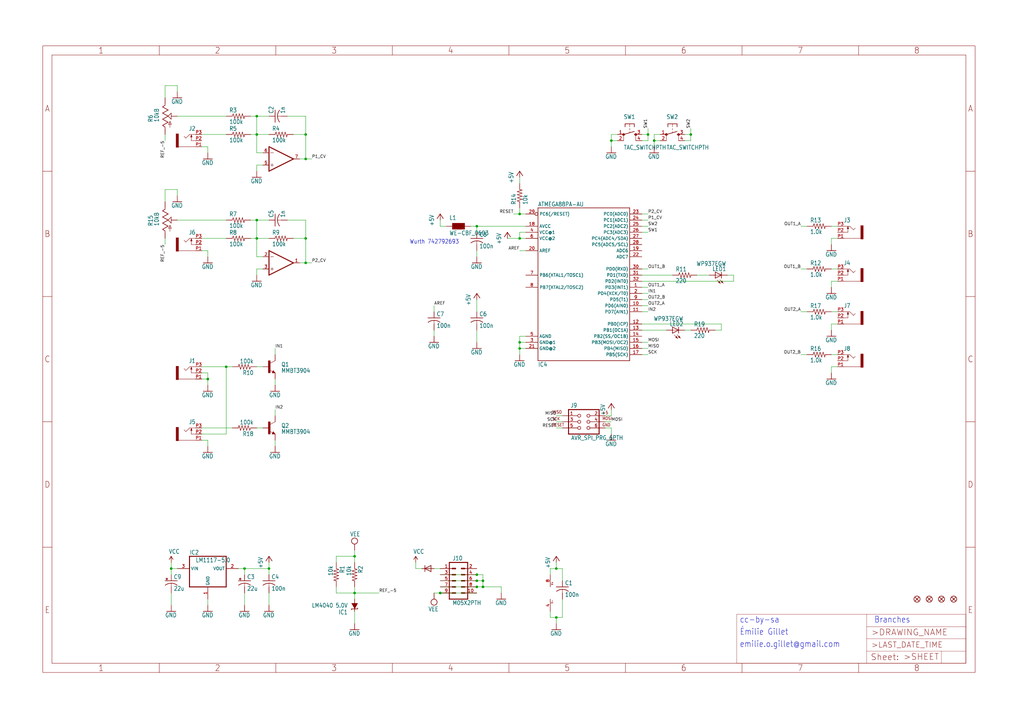
<source format=kicad_sch>
(kicad_sch (version 20211123) (generator eeschema)
  (paper "User" 425.45 299.161)
  (junction (at 127 109.22))
  (junction (at 231.14 236.22))
  (junction (at 71.12 236.22))
  (junction (at 86.36 157.48))
  (junction (at 106.68 91.44))
  (junction (at 200.66 241.3))
  (junction (at 271.78 58.42))
  (junction (at 182.88 246.38))
  (junction (at 254 58.42))
  (junction (at 147.32 231.14))
  (junction (at 215.9 88.9))
  (junction (at 127 99.06))
  (junction (at 127 55.88))
  (junction (at 215.9 142.24))
  (junction (at 111.76 236.22))
  (junction (at 200.66 243.84))
  (junction (at 101.6 236.22))
  (junction (at 106.68 48.26))
  (junction (at 106.68 99.06))
  (junction (at 106.68 55.88))
  (junction (at 198.12 238.76))
  (junction (at 215.9 144.78))
  (junction (at 198.12 243.84))
  (junction (at 269.24 55.88))
  (junction (at 198.12 93.98))
  (junction (at 93.98 152.4))
  (junction (at 127 66.04))
  (junction (at 287.02 55.88))
  (junction (at 147.32 246.38))
  (junction (at 231.14 256.54))
  (junction (at 215.9 99.06))
  (junction (at 198.12 241.3))
  (wire (pts (xy 289.56 114.3) (xy 294.64 114.3)))
  (wire (pts (xy 228.6 254) (xy 228.6 256.54)))
  (wire (pts (xy 111.76 55.88) (xy 106.68 55.88)))
  (wire (pts (xy 182.88 236.22) (xy 180.34 236.22)))
  (wire (pts (xy 83.82 154.94) (xy 86.36 154.94)))
  (wire (pts (xy 180.34 246.38) (xy 182.88 246.38)))
  (wire (pts (xy 266.7 121.92) (xy 269.24 121.92)))
  (wire (pts (xy 114.3 147.32) (xy 114.3 144.78)))
  (wire (pts (xy 119.38 91.44) (xy 127 91.44)))
  (wire (pts (xy 256.54 58.42) (xy 254 58.42)))
  (wire (pts (xy 266.7 96.52) (xy 269.24 96.52)))
  (wire (pts (xy 274.32 55.88) (xy 271.78 55.88)))
  (wire (pts (xy 127 91.44) (xy 127 99.06)))
  (wire (pts (xy 114.3 157.48) (xy 114.3 160.02)))
  (wire (pts (xy 139.7 246.38) (xy 147.32 246.38)))
  (wire (pts (xy 93.98 180.34) (xy 93.98 152.4)))
  (wire (pts (xy 218.44 88.9) (xy 215.9 88.9)))
  (wire (pts (xy 332.74 129.54) (xy 335.28 129.54)))
  (wire (pts (xy 104.14 48.26) (xy 106.68 48.26)))
  (wire (pts (xy 284.48 58.42) (xy 287.02 58.42)))
  (wire (pts (xy 83.82 180.34) (xy 93.98 180.34)))
  (wire (pts (xy 233.68 175.26) (xy 231.14 175.26)))
  (wire (pts (xy 266.7 88.9) (xy 269.24 88.9)))
  (wire (pts (xy 83.82 55.88) (xy 93.98 55.88)))
  (wire (pts (xy 215.9 88.9) (xy 215.9 86.36)))
  (wire (pts (xy 127 48.26) (xy 127 55.88)))
  (wire (pts (xy 68.58 55.88) (xy 68.58 58.42)))
  (wire (pts (xy 180.34 137.16) (xy 180.34 139.7)))
  (wire (pts (xy 251.46 175.26) (xy 254 175.26)))
  (wire (pts (xy 254 177.8) (xy 254 180.34)))
  (wire (pts (xy 218.44 104.14) (xy 215.9 104.14)))
  (wire (pts (xy 198.12 241.3) (xy 200.66 241.3)))
  (wire (pts (xy 86.36 157.48) (xy 86.36 160.02)))
  (wire (pts (xy 111.76 246.38) (xy 111.76 251.46)))
  (wire (pts (xy 106.68 177.8) (xy 109.22 177.8)))
  (wire (pts (xy 104.14 99.06) (xy 106.68 99.06)))
  (wire (pts (xy 68.58 99.06) (xy 68.58 101.6)))
  (wire (pts (xy 266.7 114.3) (xy 279.4 114.3)))
  (wire (pts (xy 139.7 243.84) (xy 139.7 246.38)))
  (wire (pts (xy 127 66.04) (xy 129.54 66.04)))
  (wire (pts (xy 86.36 154.94) (xy 86.36 157.48)))
  (wire (pts (xy 101.6 246.38) (xy 101.6 251.46)))
  (wire (pts (xy 215.9 99.06) (xy 210.82 99.06)))
  (wire (pts (xy 106.68 91.44) (xy 106.68 99.06)))
  (wire (pts (xy 195.58 93.98) (xy 198.12 93.98)))
  (wire (pts (xy 345.44 152.4) (xy 345.44 154.94)))
  (wire (pts (xy 233.68 177.8) (xy 231.14 177.8)))
  (wire (pts (xy 106.68 106.68) (xy 109.22 106.68)))
  (wire (pts (xy 96.52 152.4) (xy 93.98 152.4)))
  (wire (pts (xy 73.66 48.26) (xy 93.98 48.26)))
  (wire (pts (xy 347.98 116.84) (xy 345.44 116.84)))
  (wire (pts (xy 266.7 127) (xy 269.24 127)))
  (wire (pts (xy 269.24 55.88) (xy 269.24 53.34)))
  (wire (pts (xy 111.76 48.26) (xy 106.68 48.26)))
  (wire (pts (xy 198.12 104.14) (xy 198.12 106.68)))
  (wire (pts (xy 256.54 55.88) (xy 254 55.88)))
  (wire (pts (xy 332.74 111.76) (xy 335.28 111.76)))
  (wire (pts (xy 83.82 182.88) (xy 86.36 182.88)))
  (wire (pts (xy 68.58 83.82) (xy 68.58 78.74)))
  (wire (pts (xy 93.98 152.4) (xy 83.82 152.4)))
  (wire (pts (xy 231.14 256.54) (xy 233.68 256.54)))
  (wire (pts (xy 231.14 236.22) (xy 233.68 236.22)))
  (wire (pts (xy 68.58 78.74) (xy 73.66 78.74)))
  (wire (pts (xy 304.8 114.3) (xy 304.8 116.84)))
  (wire (pts (xy 182.88 93.98) (xy 185.42 93.98)))
  (wire (pts (xy 251.46 177.8) (xy 254 177.8)))
  (wire (pts (xy 114.3 182.88) (xy 114.3 185.42)))
  (wire (pts (xy 200.66 238.76) (xy 200.66 241.3)))
  (wire (pts (xy 198.12 93.98) (xy 198.12 96.52)))
  (wire (pts (xy 266.7 129.54) (xy 269.24 129.54)))
  (wire (pts (xy 266.7 58.42) (xy 269.24 58.42)))
  (wire (pts (xy 73.66 91.44) (xy 93.98 91.44)))
  (wire (pts (xy 345.44 147.32) (xy 347.98 147.32)))
  (wire (pts (xy 302.26 114.3) (xy 304.8 114.3)))
  (wire (pts (xy 86.36 182.88) (xy 86.36 185.42)))
  (wire (pts (xy 111.76 238.76) (xy 111.76 236.22)))
  (wire (pts (xy 180.34 129.54) (xy 180.34 127)))
  (wire (pts (xy 127 66.04) (xy 124.46 66.04)))
  (wire (pts (xy 271.78 55.88) (xy 271.78 58.42)))
  (wire (pts (xy 254 172.72) (xy 254 170.18)))
  (wire (pts (xy 104.14 55.88) (xy 106.68 55.88)))
  (wire (pts (xy 266.7 55.88) (xy 269.24 55.88)))
  (wire (pts (xy 111.76 91.44) (xy 106.68 91.44)))
  (wire (pts (xy 71.12 236.22) (xy 71.12 238.76)))
  (wire (pts (xy 228.6 238.76) (xy 228.6 236.22)))
  (wire (pts (xy 147.32 233.68) (xy 147.32 231.14)))
  (wire (pts (xy 332.74 147.32) (xy 335.28 147.32)))
  (wire (pts (xy 114.3 172.72) (xy 114.3 170.18)))
  (wire (pts (xy 83.82 60.96) (xy 86.36 60.96)))
  (wire (pts (xy 106.68 99.06) (xy 106.68 106.68)))
  (wire (pts (xy 266.7 119.38) (xy 269.24 119.38)))
  (wire (pts (xy 284.48 137.16) (xy 287.02 137.16)))
  (wire (pts (xy 182.88 241.3) (xy 198.12 241.3)))
  (wire (pts (xy 121.92 55.88) (xy 127 55.88)))
  (wire (pts (xy 106.68 68.58) (xy 106.68 71.12)))
  (wire (pts (xy 104.14 91.44) (xy 106.68 91.44)))
  (wire (pts (xy 347.98 134.62) (xy 345.44 134.62)))
  (wire (pts (xy 99.06 236.22) (xy 101.6 236.22)))
  (wire (pts (xy 147.32 254) (xy 147.32 259.08)))
  (wire (pts (xy 198.12 243.84) (xy 200.66 243.84)))
  (wire (pts (xy 147.32 246.38) (xy 147.32 243.84)))
  (wire (pts (xy 101.6 238.76) (xy 101.6 236.22)))
  (wire (pts (xy 208.28 243.84) (xy 208.28 246.38)))
  (wire (pts (xy 347.98 152.4) (xy 345.44 152.4)))
  (wire (pts (xy 287.02 58.42) (xy 287.02 55.88)))
  (wire (pts (xy 71.12 233.68) (xy 71.12 236.22)))
  (wire (pts (xy 198.12 238.76) (xy 200.66 238.76)))
  (wire (pts (xy 215.9 144.78) (xy 215.9 147.32)))
  (wire (pts (xy 198.12 129.54) (xy 198.12 124.46)))
  (wire (pts (xy 345.44 134.62) (xy 345.44 137.16)))
  (wire (pts (xy 271.78 58.42) (xy 271.78 60.96)))
  (wire (pts (xy 266.7 144.78) (xy 269.24 144.78)))
  (wire (pts (xy 345.44 111.76) (xy 347.98 111.76)))
  (wire (pts (xy 266.7 147.32) (xy 269.24 147.32)))
  (wire (pts (xy 182.88 238.76) (xy 198.12 238.76)))
  (wire (pts (xy 266.7 111.76) (xy 269.24 111.76)))
  (wire (pts (xy 73.66 35.56) (xy 73.66 38.1)))
  (wire (pts (xy 269.24 58.42) (xy 269.24 55.88)))
  (wire (pts (xy 266.7 142.24) (xy 269.24 142.24)))
  (wire (pts (xy 109.22 111.76) (xy 106.68 111.76)))
  (wire (pts (xy 233.68 236.22) (xy 233.68 241.3)))
  (wire (pts (xy 119.38 48.26) (xy 127 48.26)))
  (wire (pts (xy 266.7 93.98) (xy 269.24 93.98)))
  (wire (pts (xy 71.12 246.38) (xy 71.12 251.46)))
  (wire (pts (xy 86.36 248.92) (xy 86.36 251.46)))
  (wire (pts (xy 200.66 243.84) (xy 208.28 243.84)))
  (wire (pts (xy 127 55.88) (xy 127 66.04)))
  (wire (pts (xy 198.12 137.16) (xy 198.12 142.24)))
  (wire (pts (xy 271.78 58.42) (xy 274.32 58.42)))
  (wire (pts (xy 111.76 99.06) (xy 106.68 99.06)))
  (wire (pts (xy 254 58.42) (xy 254 60.96)))
  (wire (pts (xy 233.68 256.54) (xy 233.68 248.92)))
  (wire (pts (xy 332.74 93.98) (xy 335.28 93.98)))
  (wire (pts (xy 111.76 233.68) (xy 111.76 236.22)))
  (wire (pts (xy 215.9 96.52) (xy 215.9 99.06)))
  (wire (pts (xy 182.88 91.44) (xy 182.88 93.98)))
  (wire (pts (xy 228.6 236.22) (xy 231.14 236.22)))
  (wire (pts (xy 284.48 55.88) (xy 287.02 55.88)))
  (wire (pts (xy 345.44 99.06) (xy 345.44 101.6)))
  (wire (pts (xy 182.88 246.38) (xy 198.12 246.38)))
  (wire (pts (xy 231.14 256.54) (xy 231.14 259.08)))
  (wire (pts (xy 215.9 99.06) (xy 218.44 99.06)))
  (wire (pts (xy 266.7 91.44) (xy 269.24 91.44)))
  (wire (pts (xy 200.66 241.3) (xy 200.66 243.84)))
  (wire (pts (xy 266.7 124.46) (xy 269.24 124.46)))
  (wire (pts (xy 215.9 142.24) (xy 215.9 144.78)))
  (wire (pts (xy 106.68 63.5) (xy 109.22 63.5)))
  (wire (pts (xy 215.9 139.7) (xy 215.9 142.24)))
  (wire (pts (xy 101.6 236.22) (xy 111.76 236.22)))
  (wire (pts (xy 233.68 172.72) (xy 231.14 172.72)))
  (wire (pts (xy 266.7 134.62) (xy 299.72 134.62)))
  (wire (pts (xy 109.22 68.58) (xy 106.68 68.58)))
  (wire (pts (xy 297.18 137.16) (xy 299.72 137.16)))
  (wire (pts (xy 106.68 152.4) (xy 109.22 152.4)))
  (wire (pts (xy 71.12 236.22) (xy 73.66 236.22)))
  (wire (pts (xy 127 99.06) (xy 127 109.22)))
  (wire (pts (xy 73.66 78.74) (xy 73.66 81.28)))
  (wire (pts (xy 251.46 172.72) (xy 254 172.72)))
  (wire (pts (xy 218.44 142.24) (xy 215.9 142.24)))
  (wire (pts (xy 86.36 104.14) (xy 86.36 106.68)))
  (wire (pts (xy 139.7 233.68) (xy 139.7 231.14)))
  (wire (pts (xy 106.68 48.26) (xy 106.68 55.88)))
  (wire (pts (xy 106.68 55.88) (xy 106.68 63.5)))
  (wire (pts (xy 215.9 73.66) (xy 215.9 76.2)))
  (wire (pts (xy 345.44 129.54) (xy 347.98 129.54)))
  (wire (pts (xy 182.88 243.84) (xy 198.12 243.84)))
  (wire (pts (xy 83.82 99.06) (xy 93.98 99.06)))
  (wire (pts (xy 139.7 231.14) (xy 147.32 231.14)))
  (wire (pts (xy 345.44 116.84) (xy 345.44 119.38)))
  (wire (pts (xy 106.68 111.76) (xy 106.68 114.3)))
  (wire (pts (xy 127 109.22) (xy 124.46 109.22)))
  (wire (pts (xy 304.8 116.84) (xy 266.7 116.84)))
  (wire (pts (xy 86.36 60.96) (xy 86.36 63.5)))
  (wire (pts (xy 147.32 246.38) (xy 157.48 246.38)))
  (wire (pts (xy 83.82 104.14) (xy 86.36 104.14)))
  (wire (pts (xy 218.44 96.52) (xy 215.9 96.52)))
  (wire (pts (xy 218.44 93.98) (xy 198.12 93.98)))
  (wire (pts (xy 172.72 233.68) (xy 172.72 236.22)))
  (wire (pts (xy 287.02 55.88) (xy 287.02 53.34)))
  (wire (pts (xy 127 109.22) (xy 129.54 109.22)))
  (wire (pts (xy 218.44 139.7) (xy 215.9 139.7)))
  (wire (pts (xy 68.58 35.56) (xy 73.66 35.56)))
  (wire (pts (xy 175.26 236.22) (xy 172.72 236.22)))
  (wire (pts (xy 147.32 248.92) (xy 147.32 246.38)))
  (wire (pts (xy 254 55.88) (xy 254 58.42)))
  (wire (pts (xy 299.72 134.62) (xy 299.72 137.16)))
  (wire (pts (xy 83.82 157.48) (xy 86.36 157.48)))
  (wire (pts (xy 218.44 144.78) (xy 215.9 144.78)))
  (wire (pts (xy 68.58 40.64) (xy 68.58 35.56)))
  (wire (pts (xy 215.9 88.9) (xy 213.36 88.9)))
  (wire (pts (xy 121.92 99.06) (xy 127 99.06)))
  (wire (pts (xy 147.32 231.14) (xy 147.32 228.6)))
  (wire (pts (xy 231.14 256.54) (xy 228.6 256.54)))
  (wire (pts (xy 345.44 93.98) (xy 347.98 93.98)))
  (wire (pts (xy 266.7 137.16) (xy 276.86 137.16)))
  (wire (pts (xy 347.98 99.06) (xy 345.44 99.06)))
  (wire (pts (xy 231.14 233.68) (xy 231.14 236.22)))
  (wire (pts (xy 83.82 177.8) (xy 96.52 177.8)))
  (text "emilie.o.gillet@gmail.com" (at 307.34 269.24 180) (effects (font (size 2.54 2.159)) (justify left bottom)))
  (text "cc-by-sa" (at 307.34 259.08 180) (effects (font (size 2.54 2.159)) (justify left bottom)))
  (text "Branches" (at 363.22 259.08 180) (effects (font (size 2.54 2.159)) (justify left bottom)))
  (text "Wurth 742792693" (at 170.18 101.6 180) (effects (font (size 1.778 1.5113)) (justify left bottom)))
  (text "Émilie Gillet" (at 307.34 264.16 180) (effects (font (size 2.54 2.159)) (justify left bottom)))
  (label "MISO" (at 269.24 144.78 0) (effects (font (size 1.2446 1.2446))))
  (label "OUT2_A" (at 332.74 129.54 180) (effects (font (size 1.2446 1.2446))))
  (label "SCK" (at 269.24 147.32 0) (effects (font (size 1.2446 1.2446))))
  (label "OUT1_B" (at 269.24 111.76 0) (effects (font (size 1.2446 1.2446))))
  (label "OUT1_A" (at 332.74 93.98 180) (effects (font (size 1.2446 1.2446))))
  (label "RESET" (at 231.14 177.8 180) (effects (font (size 1.2446 1.2446))))
  (label "MOSI" (at 254 175.26 0) (effects (font (size 1.2446 1.2446))))
  (label "REF_-5" (at 68.58 101.6 270) (effects (font (size 1.2446 1.2446))))
  (label "REF_-5" (at 157.48 246.38 0) (effects (font (size 1.2446 1.2446))))
  (label "SW1" (at 269.24 53.34 90) (effects (font (size 1.2446 1.2446))))
  (label "RESET" (at 213.36 88.9 180) (effects (font (size 1.2446 1.2446))))
  (label "OUT2_B" (at 332.74 147.32 180) (effects (font (size 1.2446 1.2446))))
  (label "P2_CV" (at 129.54 109.22 0) (effects (font (size 1.2446 1.2446))))
  (label "REF_-5" (at 68.58 58.42 270) (effects (font (size 1.2446 1.2446))))
  (label "OUT1_B" (at 332.74 111.76 180) (effects (font (size 1.2446 1.2446))))
  (label "OUT1_A" (at 269.24 119.38 0) (effects (font (size 1.2446 1.2446))))
  (label "SW2" (at 269.24 93.98 0) (effects (font (size 1.2446 1.2446))))
  (label "MOSI" (at 269.24 142.24 0) (effects (font (size 1.2446 1.2446))))
  (label "IN1" (at 269.24 121.92 0) (effects (font (size 1.2446 1.2446))))
  (label "MISO" (at 231.14 172.72 180) (effects (font (size 1.2446 1.2446))))
  (label "SW1" (at 269.24 96.52 0) (effects (font (size 1.2446 1.2446))))
  (label "IN1" (at 114.3 144.78 0) (effects (font (size 1.2446 1.2446))))
  (label "P2_CV" (at 269.24 88.9 0) (effects (font (size 1.2446 1.2446))))
  (label "P1_CV" (at 129.54 66.04 0) (effects (font (size 1.2446 1.2446))))
  (label "AREF" (at 180.34 127 0) (effects (font (size 1.2446 1.2446))))
  (label "P1_CV" (at 269.24 91.44 0) (effects (font (size 1.2446 1.2446))))
  (label "SCK" (at 231.14 175.26 180) (effects (font (size 1.2446 1.2446))))
  (label "IN2" (at 269.24 129.54 0) (effects (font (size 1.2446 1.2446))))
  (label "SW2" (at 287.02 53.34 90) (effects (font (size 1.2446 1.2446))))
  (label "AREF" (at 215.9 104.14 180) (effects (font (size 1.2446 1.2446))))
  (label "OUT2_A" (at 269.24 127 0) (effects (font (size 1.2446 1.2446))))
  (label "OUT2_B" (at 269.24 124.46 0) (effects (font (size 1.2446 1.2446))))
  (label "IN2" (at 114.3 170.18 0) (effects (font (size 1.2446 1.2446))))
  (symbol (lib_id "branches_v40-eagle-import:GND") (at 231.14 261.62 0) (unit 1)
    (property "Reference" "#GND39" (effects hide))
    (property "Value" "GND" (at 228.6 264.16 0) (effects (font (size 1.778 1.5113)) (justify left bottom)))
    (property "Footprint" "branches_v40:" (effects hide))
  )
  (symbol (lib_id "branches_v40-eagle-import:FIDUCIAL1X2") (at 396.24 248.92 0) (unit 1)
    (property "Reference" "F4" (effects hide))
    (property "Value" "FIDUCIAL1X2" (effects hide))
    (property "Footprint" "branches_v40:FIDUCIAL-1X2" (effects hide))
  )
  (symbol (lib_id "branches_v40-eagle-import:GND") (at 86.36 66.04 0) (unit 1)
    (property "Reference" "#GND3" (effects hide))
    (property "Value" "GND" (at 83.82 68.58 0) (effects (font (size 1.778 1.5113)) (justify left bottom)))
    (property "Footprint" "branches_v40:" (effects hide))
  )
  (symbol (lib_id "branches_v40-eagle-import:GND") (at 101.6 254 0) (unit 1)
    (property "Reference" "#GND16" (effects hide))
    (property "Value" "GND" (at 99.06 256.54 0) (effects (font (size 1.778 1.5113)) (justify left bottom)))
    (property "Footprint" "branches_v40:" (effects hide))
  )
  (symbol (lib_id "branches_v40-eagle-import:GND") (at 198.12 109.22 0) (unit 1)
    (property "Reference" "#GND22" (effects hide))
    (property "Value" "GND" (at 195.58 111.76 0) (effects (font (size 1.778 1.5113)) (justify left bottom)))
    (property "Footprint" "branches_v40:" (effects hide))
  )
  (symbol (lib_id "branches_v40-eagle-import:GND") (at 215.9 149.86 0) (unit 1)
    (property "Reference" "#GND6" (effects hide))
    (property "Value" "GND" (at 213.36 152.4 0) (effects (font (size 1.778 1.5113)) (justify left bottom)))
    (property "Footprint" "branches_v40:" (effects hide))
  )
  (symbol (lib_id "branches_v40-eagle-import:+5V") (at 215.9 71.12 0) (unit 1)
    (property "Reference" "#P+12" (effects hide))
    (property "Value" "+5V" (at 213.36 76.2 90) (effects (font (size 1.778 1.5113)) (justify left bottom)))
    (property "Footprint" "branches_v40:" (effects hide))
  )
  (symbol (lib_id "branches_v40-eagle-import:GND") (at 73.66 83.82 0) (unit 1)
    (property "Reference" "#GND7" (effects hide))
    (property "Value" "GND" (at 71.12 86.36 0) (effects (font (size 1.778 1.5113)) (justify left bottom)))
    (property "Footprint" "branches_v40:" (effects hide))
  )
  (symbol (lib_id "branches_v40-eagle-import:VEE") (at 147.32 226.06 0) (unit 1)
    (property "Reference" "#SUPPLY10" (effects hide))
    (property "Value" "VEE" (at 145.415 222.885 0) (effects (font (size 1.778 1.5113)) (justify left bottom)))
    (property "Footprint" "branches_v40:" (effects hide))
  )
  (symbol (lib_id "branches_v40-eagle-import:A3L-LOC") (at 17.78 279.4 0) (unit 1)
    (property "Reference" "#FRAME1" (effects hide))
    (property "Value" "A3L-LOC" (effects hide))
    (property "Footprint" "branches_v40:" (effects hide))
  )
  (symbol (lib_id "branches_v40-eagle-import:C-USC0603") (at 233.68 243.84 0) (unit 1)
    (property "Reference" "C1" (at 234.696 243.205 0) (effects (font (size 1.778 1.5113)) (justify left bottom)))
    (property "Value" "100n" (at 234.696 248.031 0) (effects (font (size 1.778 1.5113)) (justify left bottom)))
    (property "Footprint" "branches_v40:C0603" (effects hide))
  )
  (symbol (lib_id "branches_v40-eagle-import:+5V") (at 231.14 231.14 0) (unit 1)
    (property "Reference" "#P+4" (effects hide))
    (property "Value" "+5V" (at 228.6 236.22 90) (effects (font (size 1.778 1.5113)) (justify left bottom)))
    (property "Footprint" "branches_v40:" (effects hide))
  )
  (symbol (lib_id "branches_v40-eagle-import:R-US_R0603") (at 116.84 99.06 0) (unit 1)
    (property "Reference" "R9" (at 113.03 97.5614 0) (effects (font (size 1.778 1.5113)) (justify left bottom)))
    (property "Value" "100k" (at 113.03 102.362 0) (effects (font (size 1.778 1.5113)) (justify left bottom)))
    (property "Footprint" "branches_v40:R0603" (effects hide))
  )
  (symbol (lib_id "branches_v40-eagle-import:GND") (at 71.12 254 0) (unit 1)
    (property "Reference" "#GND17" (effects hide))
    (property "Value" "GND" (at 68.58 256.54 0) (effects (font (size 1.778 1.5113)) (justify left bottom)))
    (property "Footprint" "branches_v40:" (effects hide))
  )
  (symbol (lib_id "branches_v40-eagle-import:GND") (at 345.44 104.14 0) (unit 1)
    (property "Reference" "#GND35" (effects hide))
    (property "Value" "GND" (at 342.9 106.68 0) (effects (font (size 1.778 1.5113)) (justify left bottom)))
    (property "Footprint" "branches_v40:" (effects hide))
  )
  (symbol (lib_id "branches_v40-eagle-import:GND") (at 86.36 187.96 0) (unit 1)
    (property "Reference" "#GND37" (effects hide))
    (property "Value" "GND" (at 83.82 190.5 0) (effects (font (size 1.778 1.5113)) (justify left bottom)))
    (property "Footprint" "branches_v40:" (effects hide))
  )
  (symbol (lib_id "branches_v40-eagle-import:FIDUCIAL1X2") (at 381 248.92 0) (unit 1)
    (property "Reference" "F1" (effects hide))
    (property "Value" "FIDUCIAL1X2" (effects hide))
    (property "Footprint" "branches_v40:FIDUCIAL-1X2" (effects hide))
  )
  (symbol (lib_id "branches_v40-eagle-import:GND") (at 147.32 261.62 0) (unit 1)
    (property "Reference" "#GND82" (effects hide))
    (property "Value" "GND" (at 144.78 264.16 0) (effects (font (size 1.778 1.5113)) (justify left bottom)))
    (property "Footprint" "branches_v40:" (effects hide))
  )
  (symbol (lib_id "branches_v40-eagle-import:R-US_R0603") (at 340.36 147.32 0) (unit 1)
    (property "Reference" "R16" (at 336.55 145.8214 0) (effects (font (size 1.778 1.5113)) (justify left bottom)))
    (property "Value" "1.0k" (at 336.55 150.622 0) (effects (font (size 1.778 1.5113)) (justify left bottom)))
    (property "Footprint" "branches_v40:R0603" (effects hide))
  )
  (symbol (lib_id "branches_v40-eagle-import:R-US_R0603") (at 340.36 93.98 0) (unit 1)
    (property "Reference" "R13" (at 336.55 92.4814 0) (effects (font (size 1.778 1.5113)) (justify left bottom)))
    (property "Value" "1.0k" (at 336.55 97.282 0) (effects (font (size 1.778 1.5113)) (justify left bottom)))
    (property "Footprint" "branches_v40:R0603" (effects hide))
  )
  (symbol (lib_id "branches_v40-eagle-import:GND") (at 111.76 254 0) (unit 1)
    (property "Reference" "#GND36" (effects hide))
    (property "Value" "GND" (at 109.22 256.54 0) (effects (font (size 1.778 1.5113)) (justify left bottom)))
    (property "Footprint" "branches_v40:" (effects hide))
  )
  (symbol (lib_id "branches_v40-eagle-import:TAC_SWITCHPTH") (at 261.62 55.88 0) (unit 1)
    (property "Reference" "SW1" (at 259.08 49.53 0) (effects (font (size 1.778 1.5113)) (justify left bottom)))
    (property "Value" "TAC_SWITCHPTH" (at 259.08 62.23 0) (effects (font (size 1.778 1.5113)) (justify left bottom)))
    (property "Footprint" "branches_v40:TACTILE-PTH" (effects hide))
  )
  (symbol (lib_id "branches_v40-eagle-import:-NPN-SOT23-BEC") (at 111.76 152.4 0) (unit 1)
    (property "Reference" "Q1" (at 116.84 152.4 0) (effects (font (size 1.778 1.5113)) (justify left bottom)))
    (property "Value" "MMBT3904" (at 116.84 154.94 0) (effects (font (size 1.778 1.5113)) (justify left bottom)))
    (property "Footprint" "branches_v40:SOT23-BEC" (effects hide))
  )
  (symbol (lib_id "branches_v40-eagle-import:R-US_R0603") (at 116.84 55.88 0) (unit 1)
    (property "Reference" "R4" (at 113.03 54.3814 0) (effects (font (size 1.778 1.5113)) (justify left bottom)))
    (property "Value" "100k" (at 113.03 59.182 0) (effects (font (size 1.778 1.5113)) (justify left bottom)))
    (property "Footprint" "branches_v40:R0603" (effects hide))
  )
  (symbol (lib_id "branches_v40-eagle-import:AVR_SPI_PRG_6PTH") (at 241.3 175.26 0) (unit 1)
    (property "Reference" "J9" (at 236.982 169.418 0) (effects (font (size 1.778 1.5113)) (justify left bottom)))
    (property "Value" "AVR_SPI_PRG_6PTH" (at 237.236 182.88 0) (effects (font (size 1.778 1.5113)) (justify left bottom)))
    (property "Footprint" "branches_v40:2X3" (effects hide))
  )
  (symbol (lib_id "branches_v40-eagle-import:ATMEGA168") (at 241.3 114.3 0) (unit 1)
    (property "Reference" "IC4" (at 223.52 152.4 0) (effects (font (size 1.778 1.5113)) (justify left bottom)))
    (property "Value" "ATMEGA88PA-AU" (at 223.52 85.852 0) (effects (font (size 1.778 1.5113)) (justify left bottom)))
    (property "Footprint" "branches_v40:TQFP32-08" (effects hide))
  )
  (symbol (lib_id "branches_v40-eagle-import:GND") (at 86.36 109.22 0) (unit 1)
    (property "Reference" "#GND12" (effects hide))
    (property "Value" "GND" (at 83.82 111.76 0) (effects (font (size 1.778 1.5113)) (justify left bottom)))
    (property "Footprint" "branches_v40:" (effects hide))
  )
  (symbol (lib_id "branches_v40-eagle-import:TL072D") (at 228.6 246.38 0) (unit 3)
    (property "Reference" "IC3" (effects hide))
    (property "Value" "MCP6002" (effects hide))
    (property "Footprint" "branches_v40:SO08" (effects hide))
  )
  (symbol (lib_id "branches_v40-eagle-import:PJ301_THONKICONN6") (at 353.06 114.3 0) (unit 1)
    (property "Reference" "J4" (at 350.52 110.236 0) (effects (font (size 1.778 1.5113)) (justify left bottom)))
    (property "Value" "PJ301_THONKICONN6" (effects hide))
    (property "Footprint" "branches_v40:WQP_PJ_301M6" (effects hide))
  )
  (symbol (lib_id "branches_v40-eagle-import:CPOL-USC") (at 101.6 241.3 0) (unit 1)
    (property "Reference" "C3" (at 102.616 240.665 0) (effects (font (size 1.778 1.5113)) (justify left bottom)))
    (property "Value" "22u" (at 102.616 245.491 0) (effects (font (size 1.778 1.5113)) (justify left bottom)))
    (property "Footprint" "branches_v40:PANASONIC_C" (effects hide))
  )
  (symbol (lib_id "branches_v40-eagle-import:POT_USVERTICAL_PS") (at 68.58 48.26 0) (unit 1)
    (property "Reference" "R6" (at 63.5 50.8 90) (effects (font (size 1.778 1.5113)) (justify left bottom)))
    (property "Value" "10kB" (at 66.04 50.8 90) (effects (font (size 1.778 1.5113)) (justify left bottom)))
    (property "Footprint" "branches_v40:ALPS_POT_VERTICAL_PS" (effects hide))
  )
  (symbol (lib_id "branches_v40-eagle-import:REG1117") (at 86.36 236.22 0) (unit 1)
    (property "Reference" "IC2" (at 78.74 230.505 0) (effects (font (size 1.778 1.5113)) (justify left bottom)))
    (property "Value" "LM1117-5.0" (at 81.28 233.68 0) (effects (font (size 1.778 1.5113)) (justify left bottom)))
    (property "Footprint" "branches_v40:SOT223" (effects hide))
  )
  (symbol (lib_id "branches_v40-eagle-import:PJ301_THONKICONN6") (at 78.74 154.94 0) (mirror y) (unit 1)
    (property "Reference" "J1" (at 81.28 150.876 0) (effects (font (size 1.778 1.5113)) (justify left bottom)))
    (property "Value" "PJ301_THONKICONN6" (effects hide))
    (property "Footprint" "branches_v40:WQP_PJ_301M6" (effects hide))
  )
  (symbol (lib_id "branches_v40-eagle-import:C-USC0603") (at 111.76 241.3 0) (unit 1)
    (property "Reference" "C4" (at 112.776 240.665 0) (effects (font (size 1.778 1.5113)) (justify left bottom)))
    (property "Value" "100n" (at 112.776 245.491 0) (effects (font (size 1.778 1.5113)) (justify left bottom)))
    (property "Footprint" "branches_v40:C0603" (effects hide))
  )
  (symbol (lib_id "branches_v40-eagle-import:R-US_R0603") (at 340.36 111.76 0) (unit 1)
    (property "Reference" "R12" (at 336.55 110.2614 0) (effects (font (size 1.778 1.5113)) (justify left bottom)))
    (property "Value" "1.0k" (at 336.55 115.062 0) (effects (font (size 1.778 1.5113)) (justify left bottom)))
    (property "Footprint" "branches_v40:R0603" (effects hide))
  )
  (symbol (lib_id "branches_v40-eagle-import:C-USC0603") (at 114.3 48.26 90) (unit 1)
    (property "Reference" "C2" (at 113.665 47.244 0) (effects (font (size 1.778 1.5113)) (justify left bottom)))
    (property "Value" "1n" (at 118.491 47.244 0) (effects (font (size 1.778 1.5113)) (justify left bottom)))
    (property "Footprint" "branches_v40:C0603" (effects hide))
  )
  (symbol (lib_id "branches_v40-eagle-import:R-US_R0603") (at 99.06 91.44 0) (unit 1)
    (property "Reference" "R7" (at 95.25 89.9414 0) (effects (font (size 1.778 1.5113)) (justify left bottom)))
    (property "Value" "100k" (at 95.25 94.742 0) (effects (font (size 1.778 1.5113)) (justify left bottom)))
    (property "Footprint" "branches_v40:R0603" (effects hide))
  )
  (symbol (lib_id "branches_v40-eagle-import:TAC_SWITCHPTH") (at 279.4 55.88 0) (unit 1)
    (property "Reference" "SW2" (at 276.86 49.53 0) (effects (font (size 1.778 1.5113)) (justify left bottom)))
    (property "Value" "TAC_SWITCHPTH" (at 276.86 62.23 0) (effects (font (size 1.778 1.5113)) (justify left bottom)))
    (property "Footprint" "branches_v40:TACTILE-PTH" (effects hide))
  )
  (symbol (lib_id "branches_v40-eagle-import:+5V") (at 210.82 96.52 0) (unit 1)
    (property "Reference" "#P+13" (effects hide))
    (property "Value" "+5V" (at 208.28 101.6 90) (effects (font (size 1.778 1.5113)) (justify left bottom)))
    (property "Footprint" "branches_v40:" (effects hide))
  )
  (symbol (lib_id "branches_v40-eagle-import:+5V") (at 182.88 88.9 0) (unit 1)
    (property "Reference" "#P+3" (effects hide))
    (property "Value" "+5V" (at 180.34 93.98 90) (effects (font (size 1.778 1.5113)) (justify left bottom)))
    (property "Footprint" "branches_v40:" (effects hide))
  )
  (symbol (lib_id "branches_v40-eagle-import:C-USC0603") (at 198.12 99.06 0) (unit 1)
    (property "Reference" "C8" (at 199.136 98.425 0) (effects (font (size 1.778 1.5113)) (justify left bottom)))
    (property "Value" "100n" (at 199.136 103.251 0) (effects (font (size 1.778 1.5113)) (justify left bottom)))
    (property "Footprint" "branches_v40:C0603" (effects hide))
  )
  (symbol (lib_id "branches_v40-eagle-import:R-US_R0603") (at 101.6 177.8 180) (unit 1)
    (property "Reference" "R18" (at 105.41 179.2986 0) (effects (font (size 1.778 1.5113)) (justify left bottom)))
    (property "Value" "100k" (at 105.41 174.498 0) (effects (font (size 1.778 1.5113)) (justify left bottom)))
    (property "Footprint" "branches_v40:R0603" (effects hide))
  )
  (symbol (lib_id "branches_v40-eagle-import:LED3MM") (at 297.18 114.3 90) (unit 1)
    (property "Reference" "LED1" (at 301.752 110.744 90) (effects (font (size 1.778 1.5113)) (justify left bottom)))
    (property "Value" "WP937EGW" (at 301.752 108.585 90) (effects (font (size 1.778 1.5113)) (justify left bottom)))
    (property "Footprint" "branches_v40:LED3MM" (effects hide))
  )
  (symbol (lib_id "branches_v40-eagle-import:GND") (at 271.78 63.5 0) (unit 1)
    (property "Reference" "#GND11" (effects hide))
    (property "Value" "GND" (at 269.24 66.04 0) (effects (font (size 1.778 1.5113)) (justify left bottom)))
    (property "Footprint" "branches_v40:" (effects hide))
  )
  (symbol (lib_id "branches_v40-eagle-import:GND") (at 86.36 162.56 0) (unit 1)
    (property "Reference" "#GND32" (effects hide))
    (property "Value" "GND" (at 83.82 165.1 0) (effects (font (size 1.778 1.5113)) (justify left bottom)))
    (property "Footprint" "branches_v40:" (effects hide))
  )
  (symbol (lib_id "branches_v40-eagle-import:GND") (at 106.68 73.66 0) (unit 1)
    (property "Reference" "#GND15" (effects hide))
    (property "Value" "GND" (at 104.14 76.2 0) (effects (font (size 1.778 1.5113)) (justify left bottom)))
    (property "Footprint" "branches_v40:" (effects hide))
  )
  (symbol (lib_id "branches_v40-eagle-import:PJ301_THONKICONN6") (at 353.06 149.86 0) (unit 1)
    (property "Reference" "J8" (at 350.52 145.796 0) (effects (font (size 1.778 1.5113)) (justify left bottom)))
    (property "Value" "PJ301_THONKICONN6" (effects hide))
    (property "Footprint" "branches_v40:WQP_PJ_301M6" (effects hide))
  )
  (symbol (lib_id "branches_v40-eagle-import:PJ301_THONKICONN6") (at 78.74 101.6 0) (mirror y) (unit 1)
    (property "Reference" "J6" (at 81.28 97.536 0) (effects (font (size 1.778 1.5113)) (justify left bottom)))
    (property "Value" "PJ301_THONKICONN6" (effects hide))
    (property "Footprint" "branches_v40:WQP_PJ_301M6" (effects hide))
  )
  (symbol (lib_id "branches_v40-eagle-import:GND") (at 345.44 139.7 0) (unit 1)
    (property "Reference" "#GND34" (effects hide))
    (property "Value" "GND" (at 342.9 142.24 0) (effects (font (size 1.778 1.5113)) (justify left bottom)))
    (property "Footprint" "branches_v40:" (effects hide))
  )
  (symbol (lib_id "branches_v40-eagle-import:+5V") (at 198.12 121.92 0) (unit 1)
    (property "Reference" "#P+9" (effects hide))
    (property "Value" "+5V" (at 195.58 127 90) (effects (font (size 1.778 1.5113)) (justify left bottom)))
    (property "Footprint" "branches_v40:" (effects hide))
  )
  (symbol (lib_id "branches_v40-eagle-import:PJ301_THONKICONN6") (at 78.74 58.42 0) (mirror y) (unit 1)
    (property "Reference" "J2" (at 81.28 54.356 0) (effects (font (size 1.778 1.5113)) (justify left bottom)))
    (property "Value" "PJ301_THONKICONN6" (effects hide))
    (property "Footprint" "branches_v40:WQP_PJ_301M6" (effects hide))
  )
  (symbol (lib_id "branches_v40-eagle-import:VCC") (at 71.12 233.68 0) (unit 1)
    (property "Reference" "#P+8" (effects hide))
    (property "Value" "VCC" (at 70.104 230.124 0) (effects (font (size 1.778 1.5113)) (justify left bottom)))
    (property "Footprint" "branches_v40:" (effects hide))
  )
  (symbol (lib_id "branches_v40-eagle-import:M05X2PTH") (at 190.5 241.3 0) (unit 1)
    (property "Reference" "J10" (at 187.96 232.918 0) (effects (font (size 1.778 1.5113)) (justify left bottom)))
    (property "Value" "M05X2PTH" (at 187.96 251.46 0) (effects (font (size 1.778 1.5113)) (justify left bottom)))
    (property "Footprint" "branches_v40:AVR_ICSP" (effects hide))
  )
  (symbol (lib_id "branches_v40-eagle-import:TL072D") (at 116.84 66.04 0) (mirror x) (unit 2)
    (property "Reference" "IC3" (effects hide))
    (property "Value" "MCP6002" (effects hide))
    (property "Footprint" "branches_v40:SO08" (effects hide))
  )
  (symbol (lib_id "branches_v40-eagle-import:R-US_R0603") (at 99.06 55.88 0) (unit 1)
    (property "Reference" "R5" (at 95.25 54.3814 0) (effects (font (size 1.778 1.5113)) (justify left bottom)))
    (property "Value" "100k" (at 95.25 59.182 0) (effects (font (size 1.778 1.5113)) (justify left bottom)))
    (property "Footprint" "branches_v40:R0603" (effects hide))
  )
  (symbol (lib_id "branches_v40-eagle-import:C-USC0603") (at 180.34 132.08 0) (unit 1)
    (property "Reference" "C7" (at 181.356 131.445 0) (effects (font (size 1.778 1.5113)) (justify left bottom)))
    (property "Value" "100n" (at 181.356 136.271 0) (effects (font (size 1.778 1.5113)) (justify left bottom)))
    (property "Footprint" "branches_v40:C0603" (effects hide))
  )
  (symbol (lib_id "branches_v40-eagle-import:PJ301_THONKICONN6") (at 78.74 180.34 0) (mirror y) (unit 1)
    (property "Reference" "J5" (at 81.28 176.276 0) (effects (font (size 1.778 1.5113)) (justify left bottom)))
    (property "Value" "PJ301_THONKICONN6" (effects hide))
    (property "Footprint" "branches_v40:WQP_PJ_301M6" (effects hide))
  )
  (symbol (lib_id "branches_v40-eagle-import:R-US_R0603") (at 340.36 129.54 0) (unit 1)
    (property "Reference" "R17" (at 336.55 128.0414 0) (effects (font (size 1.778 1.5113)) (justify left bottom)))
    (property "Value" "1.0k" (at 336.55 132.842 0) (effects (font (size 1.778 1.5113)) (justify left bottom)))
    (property "Footprint" "branches_v40:R0603" (effects hide))
  )
  (symbol (lib_id "branches_v40-eagle-import:CPOL-USC") (at 71.12 241.3 0) (unit 1)
    (property "Reference" "C9" (at 72.136 240.665 0) (effects (font (size 1.778 1.5113)) (justify left bottom)))
    (property "Value" "22u" (at 72.136 245.491 0) (effects (font (size 1.778 1.5113)) (justify left bottom)))
    (property "Footprint" "branches_v40:PANASONIC_C" (effects hide))
  )
  (symbol (lib_id "branches_v40-eagle-import:R-US_R0603") (at 284.48 114.3 0) (unit 1)
    (property "Reference" "R11" (at 280.67 112.8014 0) (effects (font (size 1.778 1.5113)) (justify left bottom)))
    (property "Value" "220" (at 280.67 117.602 0) (effects (font (size 1.778 1.5113)) (justify left bottom)))
    (property "Footprint" "branches_v40:R0603" (effects hide))
  )
  (symbol (lib_id "branches_v40-eagle-import:C-USC0603") (at 114.3 91.44 90) (unit 1)
    (property "Reference" "C5" (at 113.665 90.424 0) (effects (font (size 1.778 1.5113)) (justify left bottom)))
    (property "Value" "1n" (at 118.491 90.424 0) (effects (font (size 1.778 1.5113)) (justify left bottom)))
    (property "Footprint" "branches_v40:C0603" (effects hide))
  )
  (symbol (lib_id "branches_v40-eagle-import:GND") (at 180.34 142.24 0) (unit 1)
    (property "Reference" "#GND4" (effects hide))
    (property "Value" "GND" (at 177.8 144.78 0) (effects (font (size 1.778 1.5113)) (justify left bottom)))
    (property "Footprint" "branches_v40:" (effects hide))
  )
  (symbol (lib_id "branches_v40-eagle-import:GND") (at 208.28 248.92 0) (unit 1)
    (property "Reference" "#GND1" (effects hide))
    (property "Value" "GND" (at 205.74 251.46 0) (effects (font (size 1.778 1.5113)) (justify left bottom)))
    (property "Footprint" "branches_v40:" (effects hide))
  )
  (symbol (lib_id "branches_v40-eagle-import:R-US_R0603") (at 147.32 238.76 270) (unit 1)
    (property "Reference" "R2" (at 148.8186 234.95 0) (effects (font (size 1.778 1.5113)) (justify left bottom)))
    (property "Value" "10k" (at 144.018 234.95 0) (effects (font (size 1.778 1.5113)) (justify left bottom)))
    (property "Footprint" "branches_v40:R0603" (effects hide))
  )
  (symbol (lib_id "branches_v40-eagle-import:GND") (at 254 63.5 0) (unit 1)
    (property "Reference" "#GND10" (effects hide))
    (property "Value" "GND" (at 251.46 66.04 0) (effects (font (size 1.778 1.5113)) (justify left bottom)))
    (property "Footprint" "branches_v40:" (effects hide))
  )
  (symbol (lib_id "branches_v40-eagle-import:FIDUCIAL1X2") (at 386.08 248.92 0) (unit 1)
    (property "Reference" "F2" (effects hide))
    (property "Value" "FIDUCIAL1X2" (effects hide))
    (property "Footprint" "branches_v40:FIDUCIAL-1X2" (effects hide))
  )
  (symbol (lib_id "branches_v40-eagle-import:VCC") (at 172.72 233.68 0) (unit 1)
    (property "Reference" "#P+6" (effects hide))
    (property "Value" "VCC" (at 171.704 230.124 0) (effects (font (size 1.778 1.5113)) (justify left bottom)))
    (property "Footprint" "branches_v40:" (effects hide))
  )
  (symbol (lib_id "branches_v40-eagle-import:R-US_R0603") (at 215.9 81.28 90) (unit 1)
    (property "Reference" "R14" (at 214.4014 85.09 0) (effects (font (size 1.778 1.5113)) (justify left bottom)))
    (property "Value" "10k" (at 219.202 85.09 0) (effects (font (size 1.778 1.5113)) (justify left bottom)))
    (property "Footprint" "branches_v40:R0603" (effects hide))
  )
  (symbol (lib_id "branches_v40-eagle-import:GND") (at 198.12 144.78 0) (unit 1)
    (property "Reference" "#GND2" (effects hide))
    (property "Value" "GND" (at 195.58 147.32 0) (effects (font (size 1.778 1.5113)) (justify left bottom)))
    (property "Footprint" "branches_v40:" (effects hide))
  )
  (symbol (lib_id "branches_v40-eagle-import:R-US_R0603") (at 101.6 152.4 180) (unit 1)
    (property "Reference" "R10" (at 105.41 153.8986 0) (effects (font (size 1.778 1.5113)) (justify left bottom)))
    (property "Value" "100k" (at 105.41 149.098 0) (effects (font (size 1.778 1.5113)) (justify left bottom)))
    (property "Footprint" "branches_v40:R0603" (effects hide))
  )
  (symbol (lib_id "branches_v40-eagle-import:LM4041DBZ") (at 147.32 251.46 180) (unit 1)
    (property "Reference" "IC1" (at 144.526 253.365 0) (effects (font (size 1.778 1.5113)) (justify left bottom)))
    (property "Value" "LM4040 5.0V" (at 144.526 250.571 0) (effects (font (size 1.778 1.5113)) (justify left bottom)))
    (property "Footprint" "branches_v40:DBZ_R-PDSO-G3" (effects hide))
  )
  (symbol (lib_id "branches_v40-eagle-import:R-US_R0603") (at 99.06 48.26 0) (unit 1)
    (property "Reference" "R3" (at 95.25 46.7614 0) (effects (font (size 1.778 1.5113)) (justify left bottom)))
    (property "Value" "100k" (at 95.25 51.562 0) (effects (font (size 1.778 1.5113)) (justify left bottom)))
    (property "Footprint" "branches_v40:R0603" (effects hide))
  )
  (symbol (lib_id "branches_v40-eagle-import:PJ301_THONKICONN6") (at 353.06 96.52 0) (unit 1)
    (property "Reference" "J3" (at 350.52 92.456 0) (effects (font (size 1.778 1.5113)) (justify left bottom)))
    (property "Value" "PJ301_THONKICONN6" (effects hide))
    (property "Footprint" "branches_v40:WQP_PJ_301M6" (effects hide))
  )
  (symbol (lib_id "branches_v40-eagle-import:GND") (at 86.36 254 0) (unit 1)
    (property "Reference" "#GND14" (effects hide))
    (property "Value" "GND" (at 83.82 256.54 0) (effects (font (size 1.778 1.5113)) (justify left bottom)))
    (property "Footprint" "branches_v40:" (effects hide))
  )
  (symbol (lib_id "branches_v40-eagle-import:PJ301_THONKICONN6") (at 353.06 132.08 0) (unit 1)
    (property "Reference" "J7" (at 350.52 128.016 0) (effects (font (size 1.778 1.5113)) (justify left bottom)))
    (property "Value" "PJ301_THONKICONN6" (effects hide))
    (property "Footprint" "branches_v40:WQP_PJ_301M6" (effects hide))
  )
  (symbol (lib_id "branches_v40-eagle-import:R-US_R0603") (at 139.7 238.76 270) (unit 1)
    (property "Reference" "R1" (at 141.1986 234.95 0) (effects (font (size 1.778 1.5113)) (justify left bottom)))
    (property "Value" "10k" (at 136.398 234.95 0) (effects (font (size 1.778 1.5113)) (justify left bottom)))
    (property "Footprint" "branches_v40:R0603" (effects hide))
  )
  (symbol (lib_id "branches_v40-eagle-import:FIDUCIAL1X2") (at 391.16 248.92 0) (unit 1)
    (property "Reference" "F3" (effects hide))
    (property "Value" "FIDUCIAL1X2" (effects hide))
    (property "Footprint" "branches_v40:FIDUCIAL-1X2" (effects hide))
  )
  (symbol (lib_id "branches_v40-eagle-import:+5V") (at 111.76 231.14 0) (unit 1)
    (property "Reference" "#P+2" (effects hide))
    (property "Value" "+5V" (at 109.22 236.22 90) (effects (font (size 1.778 1.5113)) (justify left bottom)))
    (property "Footprint" "branches_v40:" (effects hide))
  )
  (symbol (lib_id "branches_v40-eagle-import:POT_USVERTICAL_PS") (at 68.58 91.44 0) (unit 1)
    (property "Reference" "R15" (at 63.5 93.98 90) (effects (font (size 1.778 1.5113)) (justify left bottom)))
    (property "Value" "10kB" (at 66.04 93.98 90) (effects (font (size 1.778 1.5113)) (justify left bottom)))
    (property "Footprint" "branches_v40:ALPS_POT_VERTICAL_PS" (effects hide))
  )
  (symbol (lib_id "branches_v40-eagle-import:R-US_R0603") (at 292.1 137.16 0) (unit 1)
    (property "Reference" "R19" (at 288.29 135.6614 0) (effects (font (size 1.778 1.5113)) (justify left bottom)))
    (property "Value" "220" (at 288.29 140.462 0) (effects (font (size 1.778 1.5113)) (justify left bottom)))
    (property "Footprint" "branches_v40:R0603" (effects hide))
  )
  (symbol (lib_id "branches_v40-eagle-import:GND") (at 345.44 157.48 0) (unit 1)
    (property "Reference" "#GND13" (effects hide))
    (property "Value" "GND" (at 342.9 160.02 0) (effects (font (size 1.778 1.5113)) (justify left bottom)))
    (property "Footprint" "branches_v40:" (effects hide))
  )
  (symbol (lib_id "branches_v40-eagle-import:LED3MM") (at 279.4 137.16 90) (unit 1)
    (property "Reference" "LED2" (at 283.972 133.604 90) (effects (font (size 1.778 1.5113)) (justify left bottom)))
    (property "Value" "WP937EGW" (at 283.972 131.445 90) (effects (font (size 1.778 1.5113)) (justify left bottom)))
    (property "Footprint" "branches_v40:LED3MM" (effects hide))
  )
  (symbol (lib_id "branches_v40-eagle-import:R-US_R0603") (at 99.06 99.06 0) (unit 1)
    (property "Reference" "R8" (at 95.25 97.5614 0) (effects (font (size 1.778 1.5113)) (justify left bottom)))
    (property "Value" "100k" (at 95.25 102.362 0) (effects (font (size 1.778 1.5113)) (justify left bottom)))
    (property "Footprint" "branches_v40:R0603" (effects hide))
  )
  (symbol (lib_id "branches_v40-eagle-import:GND") (at 73.66 40.64 0) (unit 1)
    (property "Reference" "#GND9" (effects hide))
    (property "Value" "GND" (at 71.12 43.18 0) (effects (font (size 1.778 1.5113)) (justify left bottom)))
    (property "Footprint" "branches_v40:" (effects hide))
  )
  (symbol (lib_id "branches_v40-eagle-import:TL072D") (at 116.84 109.22 0) (mirror x) (unit 1)
    (property "Reference" "IC3" (effects hide))
    (property "Value" "MCP6002" (effects hide))
    (property "Footprint" "branches_v40:SO08" (effects hide))
  )
  (symbol (lib_id "branches_v40-eagle-import:GND") (at 254 182.88 0) (unit 1)
    (property "Reference" "#GND41" (effects hide))
    (property "Value" "GND" (at 251.46 185.42 0) (effects (font (size 1.778 1.5113)) (justify left bottom)))
    (property "Footprint" "branches_v40:" (effects hide))
  )
  (symbol (lib_id "branches_v40-eagle-import:DIODE-SOD123") (at 177.8 236.22 180) (unit 1)
    (property "Reference" "D1" (effects hide))
    (property "Value" "1N5819HW" (effects hide))
    (property "Footprint" "branches_v40:SOD123" (effects hide))
  )
  (symbol (lib_id "branches_v40-eagle-import:C-USC0603") (at 198.12 132.08 0) (unit 1)
    (property "Reference" "C6" (at 199.136 131.445 0) (effects (font (size 1.778 1.5113)) (justify left bottom)))
    (property "Value" "100n" (at 199.136 136.271 0) (effects (font (size 1.778 1.5113)) (justify left bottom)))
    (property "Footprint" "branches_v40:C0603" (effects hide))
  )
  (symbol (lib_id "branches_v40-eagle-import:-NPN-SOT23-BEC") (at 111.76 177.8 0) (unit 1)
    (property "Reference" "Q2" (at 116.84 177.8 0) (effects (font (size 1.778 1.5113)) (justify left bottom)))
    (property "Value" "MMBT3904" (at 116.84 180.34 0) (effects (font (size 1.778 1.5113)) (justify left bottom)))
    (property "Footprint" "branches_v40:SOT23-BEC" (effects hide))
  )
  (symbol (lib_id "branches_v40-eagle-import:GND") (at 345.44 121.92 0) (unit 1)
    (property "Reference" "#GND29" (effects hide))
    (property "Value" "GND" (at 342.9 124.46 0) (effects (font (size 1.778 1.5113)) (justify left bottom)))
    (property "Footprint" "branches_v40:" (effects hide))
  )
  (symbol (lib_id "branches_v40-eagle-import:VEE") (at 180.34 248.92 180) (unit 1)
    (property "Reference" "#SUPPLY1" (effects hide))
    (property "Value" "VEE" (at 182.245 252.095 0) (effects (font (size 1.778 1.5113)) (justify left bottom)))
    (property "Footprint" "branches_v40:" (effects hide))
  )
  (symbol (lib_id "branches_v40-eagle-import:GND") (at 114.3 187.96 0) (unit 1)
    (property "Reference" "#GND5" (effects hide))
    (property "Value" "GND" (at 111.76 190.5 0) (effects (font (size 1.778 1.5113)) (justify left bottom)))
    (property "Footprint" "branches_v40:" (effects hide))
  )
  (symbol (lib_id "branches_v40-eagle-import:+5V") (at 254 167.64 0) (unit 1)
    (property "Reference" "#P+17" (effects hide))
    (property "Value" "+5V" (at 251.46 172.72 90) (effects (font (size 1.778 1.5113)) (justify left bottom)))
    (property "Footprint" "branches_v40:" (effects hide))
  )
  (symbol (lib_id "branches_v40-eagle-import:GND") (at 106.68 116.84 0) (unit 1)
    (property "Reference" "#GND8" (effects hide))
    (property "Value" "GND" (at 104.14 119.38 0) (effects (font (size 1.778 1.5113)) (justify left bottom)))
    (property "Footprint" "branches_v40:" (effects hide))
  )
  (symbol (lib_id "branches_v40-eagle-import:WE-CBF_0603") (at 190.5 96.52 0) (unit 1)
    (property "Reference" "L1" (at 186.69 91.44 0) (effects (font (size 1.778 1.5113)) (justify left bottom)))
    (property "Value" "WE-CBF_0603" (at 186.69 97.79 0) (effects (font (size 1.778 1.5113)) (justify left bottom)))
    (property "Footprint" "branches_v40:0603" (effects hide))
  )
  (symbol (lib_id "branches_v40-eagle-import:GND") (at 114.3 162.56 0) (unit 1)
    (property "Reference" "#GND31" (effects hide))
    (property "Value" "GND" (at 111.76 165.1 0) (effects (font (size 1.778 1.5113)) (justify left bottom)))
    (property "Footprint" "branches_v40:" (effects hide))
  )
)
</source>
